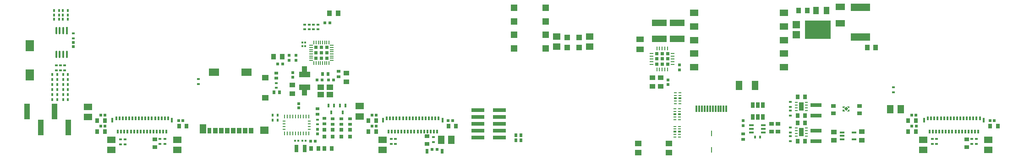
<source format=gtp>
G04*
G04 #@! TF.GenerationSoftware,Altium Limited,Altium Designer,23.1.1 (15)*
G04*
G04 Layer_Color=39301*
%FSLAX44Y44*%
%MOMM*%
G71*
G04*
G04 #@! TF.SameCoordinates,03DFEA06-7725-4F31-8274-88B02C87C088*
G04*
G04*
G04 #@! TF.FilePolarity,Positive*
G04*
G01*
G75*
%ADD19R,1.2000X1.0000*%
%ADD20R,1.0000X3.0000*%
%ADD21R,0.9000X1.0000*%
%ADD22R,0.6000X0.5500*%
%ADD23R,0.6000X0.9000*%
%ADD24R,0.5750X0.2500*%
%ADD25R,0.2500X0.6750*%
%ADD26R,1.3000X1.5000*%
%ADD27R,0.5200X0.5200*%
%ADD28R,0.7000X0.9000*%
%ADD29R,0.5500X0.4500*%
%ADD30R,0.6500X0.5500*%
%ADD31R,0.5200X0.5200*%
%ADD32R,0.7500X1.4000*%
%ADD33R,0.3600X0.3200*%
%ADD34R,0.4500X0.5500*%
%ADD35R,0.6200X0.6200*%
%ADD36P,0.8202X4X90.0*%
%ADD37R,0.6500X1.0600*%
%ADD38R,0.8500X0.3500*%
%ADD39R,2.4000X0.7600*%
G04:AMPARAMS|DCode=40|XSize=0.2mm|YSize=0.565mm|CornerRadius=0.05mm|HoleSize=0mm|Usage=FLASHONLY|Rotation=90.000|XOffset=0mm|YOffset=0mm|HoleType=Round|Shape=RoundedRectangle|*
%AMROUNDEDRECTD40*
21,1,0.2000,0.4650,0,0,90.0*
21,1,0.1000,0.5650,0,0,90.0*
1,1,0.1000,0.2325,0.0500*
1,1,0.1000,0.2325,-0.0500*
1,1,0.1000,-0.2325,-0.0500*
1,1,0.1000,-0.2325,0.0500*
%
%ADD40ROUNDEDRECTD40*%
G04:AMPARAMS|DCode=41|XSize=0.4mm|YSize=0.565mm|CornerRadius=0.05mm|HoleSize=0mm|Usage=FLASHONLY|Rotation=90.000|XOffset=0mm|YOffset=0mm|HoleType=Round|Shape=RoundedRectangle|*
%AMROUNDEDRECTD41*
21,1,0.4000,0.4650,0,0,90.0*
21,1,0.3000,0.5650,0,0,90.0*
1,1,0.1000,0.2325,0.1500*
1,1,0.1000,0.2325,-0.1500*
1,1,0.1000,-0.2325,-0.1500*
1,1,0.1000,-0.2325,0.1500*
%
%ADD41ROUNDEDRECTD41*%
%ADD42R,1.5000X2.0000*%
%ADD43R,1.0000X0.9000*%
%ADD44R,1.4500X1.1500*%
%ADD45R,1.0000X1.0000*%
%ADD46R,1.2000X1.2000*%
%ADD47R,0.2500X0.7000*%
%ADD48R,0.7000X0.2500*%
%ADD49R,3.5600X1.4000*%
%ADD50R,1.4000X1.3900*%
%ADD51R,4.8600X3.3600*%
%ADD52R,1.8000X1.1500*%
%ADD53R,1.0500X1.4000*%
%ADD54R,1.5500X1.2700*%
%ADD55R,2.7000X1.1500*%
%ADD56R,1.4000X1.0500*%
%ADD57R,0.6200X0.6200*%
%ADD58R,1.1500X1.8000*%
%ADD59R,0.9000X0.7000*%
%ADD60R,2.0000X1.0000*%
%ADD61R,0.4000X0.9500*%
%ADD62R,0.3000X0.6500*%
%ADD63R,1.5000X1.3000*%
%ADD64R,0.5500X0.6500*%
%ADD65O,0.7000X0.2000*%
%ADD66O,0.2000X0.7000*%
%ADD67R,0.7500X1.1000*%
%ADD68R,0.8500X1.1000*%
%ADD69R,0.8750X1.1000*%
%ADD70R,1.9000X1.3500*%
%ADD71R,1.1700X1.8000*%
%ADD72R,1.5500X1.3500*%
%ADD73R,0.9000X1.6000*%
%ADD74R,0.5000X0.2800*%
%ADD75R,2.0000X0.8000*%
%ADD76R,0.2000X1.0000*%
%ADD77R,0.3000X1.2000*%
%ADD78R,0.8000X0.8000*%
%ADD79R,0.8500X0.3500*%
%ADD80R,0.3500X1.4000*%
%ADD81O,0.3500X1.4000*%
%ADD82R,0.3000X0.7100*%
G36*
X428326Y323240D02*
X422326D01*
Y329240D01*
X428326D01*
Y323240D01*
D02*
G37*
G36*
X418326D02*
X412326D01*
Y329240D01*
X418326D01*
Y323240D01*
D02*
G37*
G36*
X408326D02*
X402326D01*
Y329240D01*
X408326D01*
Y323240D01*
D02*
G37*
G36*
X428326Y313240D02*
X422326D01*
Y319240D01*
X428326D01*
Y313240D01*
D02*
G37*
G36*
X418326D02*
X412326D01*
Y319240D01*
X418326D01*
Y313240D01*
D02*
G37*
G36*
X408326D02*
X402326D01*
Y319240D01*
X408326D01*
Y313240D01*
D02*
G37*
G36*
X1058033Y312000D02*
X1052033D01*
Y318000D01*
X1058033D01*
Y312000D01*
D02*
G37*
G36*
X1048033D02*
X1042033D01*
Y318000D01*
X1048033D01*
Y312000D01*
D02*
G37*
G36*
X1038033D02*
X1032033D01*
Y318000D01*
X1038033D01*
Y312000D01*
D02*
G37*
G36*
X428326Y303240D02*
X422326D01*
Y309240D01*
X428326D01*
Y303240D01*
D02*
G37*
G36*
X418326D02*
X412326D01*
Y309240D01*
X418326D01*
Y303240D01*
D02*
G37*
G36*
X408326D02*
X402326D01*
Y309240D01*
X408326D01*
Y303240D01*
D02*
G37*
G36*
X1058033Y302000D02*
X1052033D01*
Y308000D01*
X1058033D01*
Y302000D01*
D02*
G37*
G36*
X1048033D02*
X1042033D01*
Y308000D01*
X1048033D01*
Y302000D01*
D02*
G37*
G36*
X1038033D02*
X1032033D01*
Y308000D01*
X1038033D01*
Y302000D01*
D02*
G37*
G36*
X1058033Y292000D02*
X1052033D01*
Y298000D01*
X1058033D01*
Y292000D01*
D02*
G37*
G36*
X1048033D02*
X1042033D01*
Y298000D01*
X1048033D01*
Y292000D01*
D02*
G37*
G36*
X1038033D02*
X1032033D01*
Y298000D01*
X1038033D01*
Y292000D01*
D02*
G37*
G36*
X388630Y275815D02*
X379630D01*
Y291315D01*
X388630D01*
Y275815D01*
D02*
G37*
G36*
Y236815D02*
X379630D01*
Y252815D01*
X388630D01*
Y236815D01*
D02*
G37*
G36*
X1391219Y214250D02*
X1388919D01*
X1386919Y216250D01*
Y217250D01*
X1391219D01*
Y214250D01*
D02*
G37*
G36*
X1382459Y216250D02*
X1380459Y214250D01*
X1378159D01*
Y217250D01*
X1382459D01*
Y216250D01*
D02*
G37*
G36*
X1391214Y207750D02*
X1385914D01*
X1388914Y210750D01*
X1391214D01*
Y207750D01*
D02*
G37*
G36*
X1382459Y208750D02*
Y207750D01*
X1378159D01*
Y210750D01*
X1380459D01*
X1382459Y208750D01*
D02*
G37*
D19*
X1001014Y131500D02*
D03*
Y148500D02*
D03*
X1057014Y131500D02*
D03*
Y148500D02*
D03*
X430825Y238978D02*
D03*
X413825Y251978D02*
D03*
X430825D02*
D03*
X413825Y238978D02*
D03*
X311406Y233250D02*
D03*
Y270250D02*
D03*
D20*
X-52433Y177786D02*
D03*
X-77833Y207786D02*
D03*
X-103233Y177786D02*
D03*
X-128633Y207786D02*
D03*
D21*
X446285Y389890D02*
D03*
X430285D02*
D03*
X1439672Y326390D02*
D03*
X1423672D02*
D03*
X1313000Y395000D02*
D03*
X1297000D02*
D03*
X343076Y309533D02*
D03*
X327076D02*
D03*
D22*
X628832Y137536D02*
D03*
X619832D02*
D03*
D23*
X638332Y134286D02*
D03*
X610332D02*
D03*
D24*
X392695Y189750D02*
D03*
Y184750D02*
D03*
Y179750D02*
D03*
Y174750D02*
D03*
X346445D02*
D03*
Y179750D02*
D03*
Y184750D02*
D03*
Y189750D02*
D03*
D25*
X347070Y197875D02*
D03*
X352070D02*
D03*
X357070D02*
D03*
X362070D02*
D03*
X367070Y197875D02*
D03*
X372070D02*
D03*
X377070Y197875D02*
D03*
X382070D02*
D03*
X387070D02*
D03*
X392070D02*
D03*
X387070Y166625D02*
D03*
X382070D02*
D03*
X377070D02*
D03*
X372070Y166625D02*
D03*
X367070D02*
D03*
X362070Y166625D02*
D03*
X357070D02*
D03*
X352070D02*
D03*
X347070D02*
D03*
X392070D02*
D03*
D26*
X636221Y155000D02*
D03*
X655221D02*
D03*
X1466500Y212000D02*
D03*
X1485500D02*
D03*
D27*
X408178Y166180D02*
D03*
Y174180D02*
D03*
X373634Y214186D02*
D03*
Y222186D02*
D03*
X-43000Y335440D02*
D03*
Y327440D02*
D03*
D28*
X420482Y139281D02*
D03*
X434482D02*
D03*
X410038Y139281D02*
D03*
X396038D02*
D03*
X166031Y180478D02*
D03*
X152031D02*
D03*
X1105Y190555D02*
D03*
X15105D02*
D03*
X1105Y170555D02*
D03*
X15105D02*
D03*
X1295000Y200329D02*
D03*
X1309000D02*
D03*
X1295000Y234250D02*
D03*
X1309000D02*
D03*
X1309000Y186576D02*
D03*
X1295000D02*
D03*
X1309000Y152577D02*
D03*
X1295000D02*
D03*
X516026Y170555D02*
D03*
X502026D02*
D03*
X1513773Y190555D02*
D03*
X1499773D02*
D03*
X516026D02*
D03*
X502026D02*
D03*
X650045Y180478D02*
D03*
X664045D02*
D03*
X1651301D02*
D03*
X1665301D02*
D03*
X1513773Y170555D02*
D03*
X1499773D02*
D03*
D29*
X408178Y183460D02*
D03*
Y192460D02*
D03*
X-59000Y283750D02*
D03*
Y292750D02*
D03*
X-74750Y283750D02*
D03*
Y292750D02*
D03*
X-66750Y283750D02*
D03*
Y292750D02*
D03*
X332000Y251138D02*
D03*
Y260138D02*
D03*
X52377Y155750D02*
D03*
Y146750D02*
D03*
X125930Y147750D02*
D03*
Y156750D02*
D03*
X117143Y147750D02*
D03*
Y156750D02*
D03*
X43840Y155750D02*
D03*
Y146750D02*
D03*
X188187Y258680D02*
D03*
Y267680D02*
D03*
X1625537Y147750D02*
D03*
Y156750D02*
D03*
X1617037Y147750D02*
D03*
Y156750D02*
D03*
X408619Y368647D02*
D03*
Y359647D02*
D03*
X400619Y359647D02*
D03*
Y368647D02*
D03*
X392660Y359647D02*
D03*
Y368647D02*
D03*
X384608Y368638D02*
D03*
Y359638D02*
D03*
X1282000Y208829D02*
D03*
Y199828D02*
D03*
Y225400D02*
D03*
Y216400D02*
D03*
X-43000Y342940D02*
D03*
Y351940D02*
D03*
X1552242Y147750D02*
D03*
Y156750D02*
D03*
X552194Y147691D02*
D03*
Y156691D02*
D03*
X543930Y156691D02*
D03*
Y147691D02*
D03*
X622554Y150948D02*
D03*
Y159948D02*
D03*
X1544021Y147750D02*
D03*
Y156750D02*
D03*
X1282000Y152577D02*
D03*
Y161577D02*
D03*
Y168976D02*
D03*
Y177976D02*
D03*
X1472404Y243000D02*
D03*
Y252000D02*
D03*
D30*
X408432Y202518D02*
D03*
Y212518D02*
D03*
X332000Y279000D02*
D03*
Y269000D02*
D03*
X447250Y272250D02*
D03*
Y282250D02*
D03*
X1195000Y166210D02*
D03*
Y156210D02*
D03*
X421000Y185000D02*
D03*
Y195000D02*
D03*
X452000Y194000D02*
D03*
Y184000D02*
D03*
X436277D02*
D03*
Y194000D02*
D03*
X467860Y184000D02*
D03*
Y194000D02*
D03*
D31*
X395542Y152654D02*
D03*
X403542D02*
D03*
X15605Y200555D02*
D03*
X7605D02*
D03*
X151500Y190555D02*
D03*
X159500D02*
D03*
X508423Y180478D02*
D03*
X516423D02*
D03*
X1506173Y200555D02*
D03*
X1514173D02*
D03*
X1658801Y190555D02*
D03*
X1650801D02*
D03*
X1506273Y180478D02*
D03*
X1514273D02*
D03*
X508423Y200555D02*
D03*
X516423D02*
D03*
X657691Y190555D02*
D03*
X649691D02*
D03*
X7605Y180478D02*
D03*
X15605D02*
D03*
D32*
X369456Y139281D02*
D03*
X384056D02*
D03*
D33*
X380416Y153188D02*
D03*
X386016D02*
D03*
X372256D02*
D03*
X366656D02*
D03*
X379765Y328990D02*
D03*
X385365D02*
D03*
X379765Y334990D02*
D03*
X385365D02*
D03*
D34*
X325446Y200660D02*
D03*
X334446D02*
D03*
X325446Y191262D02*
D03*
X334446D02*
D03*
X1216500Y160119D02*
D03*
X1225500D02*
D03*
X-73000Y276100D02*
D03*
X-82000D02*
D03*
X-53000Y276000D02*
D03*
X-62000D02*
D03*
X-73000Y266750D02*
D03*
X-82000D02*
D03*
X-72921Y257500D02*
D03*
X-81921D02*
D03*
X-72921Y248250D02*
D03*
X-81921D02*
D03*
X-72921Y238750D02*
D03*
X-81921D02*
D03*
X-73000Y229515D02*
D03*
X-82000D02*
D03*
X-53000Y266750D02*
D03*
X-62000D02*
D03*
X-53000Y257500D02*
D03*
X-62000D02*
D03*
X-53000Y248250D02*
D03*
X-62000D02*
D03*
X-53000Y238750D02*
D03*
X-62000D02*
D03*
X-53000Y229515D02*
D03*
X-62000D02*
D03*
X-69555Y386492D02*
D03*
X-78555D02*
D03*
X-69750Y378250D02*
D03*
X-78750D02*
D03*
X-69500Y394804D02*
D03*
X-78500D02*
D03*
X-53555Y386492D02*
D03*
X-62555D02*
D03*
X-53750Y378250D02*
D03*
X-62750D02*
D03*
X-53500Y394804D02*
D03*
X-62500D02*
D03*
D35*
X421533Y371411D02*
D03*
X430533D02*
D03*
X343576Y295620D02*
D03*
X334576D02*
D03*
X437551Y265622D02*
D03*
X428551D02*
D03*
X407100Y265678D02*
D03*
X416100D02*
D03*
D36*
X1384689Y212500D02*
D03*
D37*
X1212250Y219500D02*
D03*
X1221750D02*
D03*
X1231250D02*
D03*
Y197500D02*
D03*
X1221750D02*
D03*
X1212250D02*
D03*
D38*
X1210000Y182000D02*
D03*
Y175500D02*
D03*
Y169000D02*
D03*
X1232000D02*
D03*
Y175500D02*
D03*
Y182000D02*
D03*
D39*
X704750Y209650D02*
D03*
Y196950D02*
D03*
Y184250D02*
D03*
Y171550D02*
D03*
Y158850D02*
D03*
X743750Y209650D02*
D03*
Y196950D02*
D03*
Y184250D02*
D03*
Y171550D02*
D03*
Y158850D02*
D03*
D40*
X1077175Y160000D02*
D03*
Y165000D02*
D03*
Y175000D02*
D03*
Y180000D02*
D03*
X1068825D02*
D03*
Y175000D02*
D03*
Y165000D02*
D03*
Y160000D02*
D03*
X1077442Y242000D02*
D03*
Y237000D02*
D03*
Y227000D02*
D03*
Y222000D02*
D03*
X1069092D02*
D03*
Y227000D02*
D03*
Y237000D02*
D03*
Y242000D02*
D03*
X1077175Y212672D02*
D03*
Y207672D02*
D03*
Y197672D02*
D03*
Y192672D02*
D03*
X1068825D02*
D03*
Y197672D02*
D03*
Y207672D02*
D03*
Y212672D02*
D03*
D41*
X1077175Y170000D02*
D03*
X1068825D02*
D03*
X1077442Y232000D02*
D03*
X1069092D02*
D03*
X1077175Y202672D02*
D03*
X1068825D02*
D03*
D42*
X-123698Y275336D02*
D03*
Y329336D02*
D03*
D43*
X1026690Y270000D02*
D03*
Y254000D02*
D03*
X1042098Y254000D02*
D03*
Y270000D02*
D03*
X361195Y256888D02*
D03*
Y240888D02*
D03*
X461000Y278444D02*
D03*
Y262444D02*
D03*
X1362500Y153847D02*
D03*
Y169847D02*
D03*
X1413500Y154290D02*
D03*
Y170290D02*
D03*
D44*
X850000Y328000D02*
D03*
Y346000D02*
D03*
X911000Y328000D02*
D03*
Y346000D02*
D03*
D45*
X869472Y326000D02*
D03*
X891472D02*
D03*
Y345000D02*
D03*
X869472D02*
D03*
D46*
X771091Y374337D02*
D03*
Y399337D02*
D03*
X830091Y374337D02*
D03*
Y399337D02*
D03*
Y349500D02*
D03*
Y324500D02*
D03*
X771091Y349500D02*
D03*
Y324500D02*
D03*
D47*
X1050033D02*
D03*
X1045033D02*
D03*
X1040033D02*
D03*
X1035033D02*
D03*
Y285500D02*
D03*
X1040033D02*
D03*
X1045033D02*
D03*
X1050033D02*
D03*
X1055033D02*
D03*
Y324500D02*
D03*
D48*
X1025533Y315000D02*
D03*
Y310000D02*
D03*
Y300000D02*
D03*
X1064533Y295000D02*
D03*
Y300000D02*
D03*
Y305000D02*
D03*
Y310000D02*
D03*
Y315000D02*
D03*
X1025533Y305000D02*
D03*
Y295000D02*
D03*
D49*
X1411000Y345700D02*
D03*
Y400300D02*
D03*
D50*
X1293180Y368200D02*
D03*
Y349800D02*
D03*
D51*
X1333000Y359000D02*
D03*
D52*
X1374300Y371250D02*
D03*
Y401250D02*
D03*
D53*
X1348500Y395000D02*
D03*
X1329500D02*
D03*
D54*
X1269641Y290000D02*
D03*
Y315000D02*
D03*
Y340000D02*
D03*
Y365000D02*
D03*
Y390000D02*
D03*
X1104141Y290000D02*
D03*
Y315000D02*
D03*
Y340000D02*
D03*
Y365000D02*
D03*
Y390000D02*
D03*
D55*
X1073033Y342000D02*
D03*
Y372000D02*
D03*
X1040033Y342000D02*
D03*
Y372000D02*
D03*
D56*
X1004000Y341500D02*
D03*
Y322500D02*
D03*
D57*
X1077033Y284500D02*
D03*
Y293500D02*
D03*
X1055690Y257169D02*
D03*
Y266169D02*
D03*
X362305Y270750D02*
D03*
Y279750D02*
D03*
X355880Y302447D02*
D03*
Y311447D02*
D03*
X368076Y302428D02*
D03*
Y311428D02*
D03*
X1195000Y190374D02*
D03*
Y181374D02*
D03*
D58*
X1217000Y256000D02*
D03*
X1187000D02*
D03*
D59*
X1409500Y203750D02*
D03*
Y217750D02*
D03*
X1607427Y141710D02*
D03*
Y155710D02*
D03*
X610108Y147556D02*
D03*
Y161556D02*
D03*
X1361535Y217750D02*
D03*
Y203750D02*
D03*
X107192Y155877D02*
D03*
Y141877D02*
D03*
X1259322Y170362D02*
D03*
Y184362D02*
D03*
X1246697Y170579D02*
D03*
Y184579D02*
D03*
D60*
X384130Y252815D02*
D03*
Y275815D02*
D03*
D61*
X638962Y191658D02*
D03*
X528962D02*
D03*
X28962D02*
D03*
X138962D02*
D03*
X1528962D02*
D03*
X1638962D02*
D03*
D62*
X539037Y170658D02*
D03*
X545037D02*
D03*
X551037D02*
D03*
X557037D02*
D03*
X563037D02*
D03*
X569037D02*
D03*
X575037D02*
D03*
X581037D02*
D03*
X587037D02*
D03*
X593037D02*
D03*
X599037D02*
D03*
X605037D02*
D03*
X611037D02*
D03*
X617037D02*
D03*
X623037D02*
D03*
X535962Y195158D02*
D03*
X541962D02*
D03*
X547962D02*
D03*
X553962D02*
D03*
X559962D02*
D03*
X565962D02*
D03*
X571962D02*
D03*
X577962D02*
D03*
X583962D02*
D03*
X589962D02*
D03*
X595962D02*
D03*
X601962D02*
D03*
X607962D02*
D03*
X613962D02*
D03*
X619962D02*
D03*
X625962D02*
D03*
X629037Y170658D02*
D03*
X631962Y195158D02*
D03*
X131962D02*
D03*
X129037Y170658D02*
D03*
X125962Y195158D02*
D03*
X119962D02*
D03*
X113962D02*
D03*
X107962D02*
D03*
X101962D02*
D03*
X95962D02*
D03*
X89962D02*
D03*
X83962D02*
D03*
X77962D02*
D03*
X71962D02*
D03*
X65962D02*
D03*
X59962D02*
D03*
X53962D02*
D03*
X47962D02*
D03*
X41962D02*
D03*
X35962D02*
D03*
X123037Y170658D02*
D03*
X117037D02*
D03*
X111037D02*
D03*
X105037D02*
D03*
X99037D02*
D03*
X93037D02*
D03*
X87037D02*
D03*
X81037D02*
D03*
X75037D02*
D03*
X69037D02*
D03*
X63037D02*
D03*
X57037D02*
D03*
X51037D02*
D03*
X45037D02*
D03*
X39037D02*
D03*
X1631962Y195158D02*
D03*
X1629037Y170658D02*
D03*
X1625962Y195158D02*
D03*
X1619962D02*
D03*
X1613962D02*
D03*
X1607962D02*
D03*
X1601962D02*
D03*
X1595962D02*
D03*
X1589962D02*
D03*
X1583962D02*
D03*
X1577962D02*
D03*
X1571962D02*
D03*
X1565962D02*
D03*
X1559962D02*
D03*
X1553962D02*
D03*
X1547962D02*
D03*
X1541962D02*
D03*
X1535962D02*
D03*
X1623037Y170658D02*
D03*
X1617037D02*
D03*
X1611037D02*
D03*
X1605037D02*
D03*
X1599037D02*
D03*
X1593037D02*
D03*
X1587037D02*
D03*
X1581037D02*
D03*
X1575037D02*
D03*
X1569037D02*
D03*
X1563037D02*
D03*
X1557037D02*
D03*
X1551037D02*
D03*
X1545037D02*
D03*
X1539037D02*
D03*
D63*
X149000Y155000D02*
D03*
Y136000D02*
D03*
X27000Y155000D02*
D03*
Y136000D02*
D03*
X-16375Y216324D02*
D03*
Y197324D02*
D03*
X528182Y155000D02*
D03*
Y136000D02*
D03*
X1527517D02*
D03*
Y155000D02*
D03*
X1647637Y136000D02*
D03*
Y155000D02*
D03*
X486013Y198357D02*
D03*
Y217357D02*
D03*
D64*
X328000Y243000D02*
D03*
X338000D02*
D03*
X417250Y277109D02*
D03*
X427250D02*
D03*
X784277Y153985D02*
D03*
X774277D02*
D03*
X784277Y163681D02*
D03*
X774277D02*
D03*
D65*
X434076Y302240D02*
D03*
Y306240D02*
D03*
Y310240D02*
D03*
Y314240D02*
D03*
Y318240D02*
D03*
Y322240D02*
D03*
Y326240D02*
D03*
Y330240D02*
D03*
X396576D02*
D03*
Y326240D02*
D03*
Y322240D02*
D03*
Y318240D02*
D03*
Y314240D02*
D03*
Y310240D02*
D03*
Y306240D02*
D03*
Y302240D02*
D03*
D66*
X429326Y334990D02*
D03*
X425326D02*
D03*
X421326D02*
D03*
X417326D02*
D03*
X413326D02*
D03*
X409326D02*
D03*
X405326D02*
D03*
X401326D02*
D03*
Y297490D02*
D03*
X405326D02*
D03*
X409326D02*
D03*
X413326D02*
D03*
X417326D02*
D03*
X421326D02*
D03*
X425326D02*
D03*
X429326D02*
D03*
D67*
X208556Y171750D02*
D03*
D68*
X219056D02*
D03*
X230056D02*
D03*
X241056D02*
D03*
X252056D02*
D03*
X263056D02*
D03*
X285056D02*
D03*
D69*
X274056D02*
D03*
D70*
X216706Y280000D02*
D03*
X276406D02*
D03*
D71*
X196456Y175250D02*
D03*
D72*
X309656Y173000D02*
D03*
D73*
X1302000Y217000D02*
D03*
X1302000Y169576D02*
D03*
D74*
X1292500Y224500D02*
D03*
Y219500D02*
D03*
Y214500D02*
D03*
Y209500D02*
D03*
X1311500Y224500D02*
D03*
Y219500D02*
D03*
Y214500D02*
D03*
Y209500D02*
D03*
X1311500Y162076D02*
D03*
Y167076D02*
D03*
Y172076D02*
D03*
Y177076D02*
D03*
X1292500Y162076D02*
D03*
Y167076D02*
D03*
Y172076D02*
D03*
Y177076D02*
D03*
D75*
X1329500Y219500D02*
D03*
Y199500D02*
D03*
X1329500Y152077D02*
D03*
Y172076D02*
D03*
D76*
X1136000Y167074D02*
D03*
Y136074D02*
D03*
D77*
X1108500Y212873D02*
D03*
X1113500D02*
D03*
X1118500D02*
D03*
X1123500D02*
D03*
X1128500D02*
D03*
X1133500D02*
D03*
X1138500D02*
D03*
X1143500D02*
D03*
X1148500D02*
D03*
X1153500D02*
D03*
X1158500D02*
D03*
X1163500D02*
D03*
D78*
X436277Y173250D02*
D03*
Y160750D02*
D03*
X467860Y173250D02*
D03*
Y160750D02*
D03*
X421000Y173250D02*
D03*
Y160750D02*
D03*
X452000Y160750D02*
D03*
Y173250D02*
D03*
D79*
X1377250Y162290D02*
D03*
Y168790D02*
D03*
X1399250D02*
D03*
X1377250Y155790D02*
D03*
X1399250D02*
D03*
D80*
X-55250Y357000D02*
D03*
D81*
X-61750D02*
D03*
X-68250D02*
D03*
X-74750D02*
D03*
X-61750Y313000D02*
D03*
X-55250D02*
D03*
X-68250D02*
D03*
X-74750D02*
D03*
D82*
X459406Y218190D02*
D03*
X449406D02*
D03*
X454406Y205990D02*
D03*
X438578Y218190D02*
D03*
X428578D02*
D03*
X433578Y205990D02*
D03*
M02*

</source>
